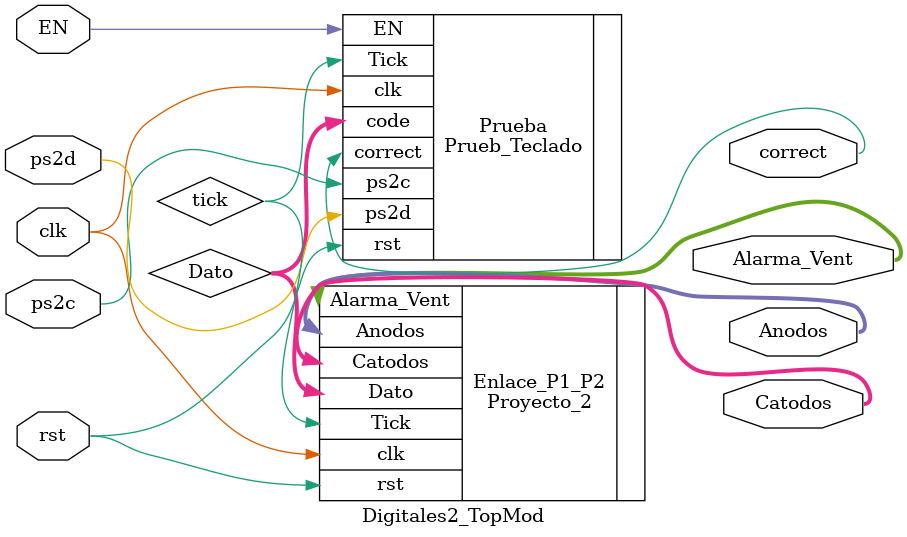
<source format=v>
`timescale 1ns / 1ps
module Digitales2_TopMod(
		input clk, rst,EN,
		input ps2d, ps2c,
		output correct,
		output [1:0] Alarma_Vent,
		output [7:0] Catodos,
		output [3:0] Anodos 
		//output tick_ver
    );

wire tick;
wire [7:0] Dato;

Proyecto_2 Enlace_P1_P2 (
    .Dato(Dato), 
    .Tick(tick), 
    .clk(clk), 
    .rst(rst), 
    .Alarma_Vent(Alarma_Vent), 
    .Catodos(Catodos), 
    .Anodos(Anodos)
	 //.tick_ver(tick_ver)
    );

Prueb_Teclado Prueba(
		.clk(clk),
		.rst(rst),
		.EN(EN),
		.ps2d(ps2d),
		.ps2c(ps2c),
		.code(Dato),
		.Tick(tick),
		.correct(correct)
    );
	 
//Recuperador_Ps2 Datos_Teclado (
    //.clk(clk), 
    //.rst(rst), 
    //.ps2d(ps2d), 
    //.ps2c(ps2c), 
    //.EN(EN), 
    //.dato(Dato), 
    //.correct(correct),
	 //.tick(tick)
    //);


endmodule

</source>
